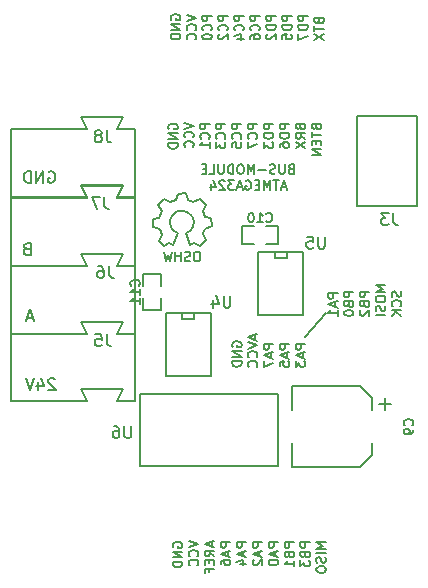
<source format=gbr>
G04 #@! TF.GenerationSoftware,KiCad,Pcbnew,5.0.0-fee4fd1~66~ubuntu16.04.1*
G04 #@! TF.CreationDate,2018-09-23T22:41:03+02:00*
G04 #@! TF.ProjectId,bus-module_atmega324,6275732D6D6F64756C655F61746D6567,B*
G04 #@! TF.SameCoordinates,Original*
G04 #@! TF.FileFunction,Legend,Bot*
G04 #@! TF.FilePolarity,Positive*
%FSLAX46Y46*%
G04 Gerber Fmt 4.6, Leading zero omitted, Abs format (unit mm)*
G04 Created by KiCad (PCBNEW 5.0.0-fee4fd1~66~ubuntu16.04.1) date Sun Sep 23 22:41:03 2018*
%MOMM*%
%LPD*%
G01*
G04 APERTURE LIST*
%ADD10C,0.200000*%
%ADD11C,0.150000*%
G04 APERTURE END LIST*
D10*
X105080000Y-103707500D02*
X106858000Y-101675500D01*
D11*
X103873047Y-89513357D02*
X103758761Y-89551452D01*
X103720666Y-89589547D01*
X103682571Y-89665738D01*
X103682571Y-89780023D01*
X103720666Y-89856214D01*
X103758761Y-89894309D01*
X103834952Y-89932404D01*
X104139714Y-89932404D01*
X104139714Y-89132404D01*
X103873047Y-89132404D01*
X103796857Y-89170500D01*
X103758761Y-89208595D01*
X103720666Y-89284785D01*
X103720666Y-89360976D01*
X103758761Y-89437166D01*
X103796857Y-89475261D01*
X103873047Y-89513357D01*
X104139714Y-89513357D01*
X103339714Y-89132404D02*
X103339714Y-89780023D01*
X103301619Y-89856214D01*
X103263523Y-89894309D01*
X103187333Y-89932404D01*
X103034952Y-89932404D01*
X102958761Y-89894309D01*
X102920666Y-89856214D01*
X102882571Y-89780023D01*
X102882571Y-89132404D01*
X102539714Y-89894309D02*
X102425428Y-89932404D01*
X102234952Y-89932404D01*
X102158761Y-89894309D01*
X102120666Y-89856214D01*
X102082571Y-89780023D01*
X102082571Y-89703833D01*
X102120666Y-89627642D01*
X102158761Y-89589547D01*
X102234952Y-89551452D01*
X102387333Y-89513357D01*
X102463523Y-89475261D01*
X102501619Y-89437166D01*
X102539714Y-89360976D01*
X102539714Y-89284785D01*
X102501619Y-89208595D01*
X102463523Y-89170500D01*
X102387333Y-89132404D01*
X102196857Y-89132404D01*
X102082571Y-89170500D01*
X101739714Y-89627642D02*
X101130190Y-89627642D01*
X100749238Y-89932404D02*
X100749238Y-89132404D01*
X100482571Y-89703833D01*
X100215904Y-89132404D01*
X100215904Y-89932404D01*
X99682571Y-89132404D02*
X99530190Y-89132404D01*
X99454000Y-89170500D01*
X99377809Y-89246690D01*
X99339714Y-89399071D01*
X99339714Y-89665738D01*
X99377809Y-89818119D01*
X99454000Y-89894309D01*
X99530190Y-89932404D01*
X99682571Y-89932404D01*
X99758761Y-89894309D01*
X99834952Y-89818119D01*
X99873047Y-89665738D01*
X99873047Y-89399071D01*
X99834952Y-89246690D01*
X99758761Y-89170500D01*
X99682571Y-89132404D01*
X98996857Y-89932404D02*
X98996857Y-89132404D01*
X98806380Y-89132404D01*
X98692095Y-89170500D01*
X98615904Y-89246690D01*
X98577809Y-89322880D01*
X98539714Y-89475261D01*
X98539714Y-89589547D01*
X98577809Y-89741928D01*
X98615904Y-89818119D01*
X98692095Y-89894309D01*
X98806380Y-89932404D01*
X98996857Y-89932404D01*
X98196857Y-89132404D02*
X98196857Y-89780023D01*
X98158761Y-89856214D01*
X98120666Y-89894309D01*
X98044476Y-89932404D01*
X97892095Y-89932404D01*
X97815904Y-89894309D01*
X97777809Y-89856214D01*
X97739714Y-89780023D01*
X97739714Y-89132404D01*
X96977809Y-89932404D02*
X97358761Y-89932404D01*
X97358761Y-89132404D01*
X96711142Y-89513357D02*
X96444476Y-89513357D01*
X96330190Y-89932404D02*
X96711142Y-89932404D01*
X96711142Y-89132404D01*
X96330190Y-89132404D01*
X103454000Y-91053833D02*
X103073047Y-91053833D01*
X103530190Y-91282404D02*
X103263523Y-90482404D01*
X102996857Y-91282404D01*
X102844476Y-90482404D02*
X102387333Y-90482404D01*
X102615904Y-91282404D02*
X102615904Y-90482404D01*
X102120666Y-91282404D02*
X102120666Y-90482404D01*
X101854000Y-91053833D01*
X101587333Y-90482404D01*
X101587333Y-91282404D01*
X101206380Y-90863357D02*
X100939714Y-90863357D01*
X100825428Y-91282404D02*
X101206380Y-91282404D01*
X101206380Y-90482404D01*
X100825428Y-90482404D01*
X100063523Y-90520500D02*
X100139714Y-90482404D01*
X100254000Y-90482404D01*
X100368285Y-90520500D01*
X100444476Y-90596690D01*
X100482571Y-90672880D01*
X100520666Y-90825261D01*
X100520666Y-90939547D01*
X100482571Y-91091928D01*
X100444476Y-91168119D01*
X100368285Y-91244309D01*
X100254000Y-91282404D01*
X100177809Y-91282404D01*
X100063523Y-91244309D01*
X100025428Y-91206214D01*
X100025428Y-90939547D01*
X100177809Y-90939547D01*
X99720666Y-91053833D02*
X99339714Y-91053833D01*
X99796857Y-91282404D02*
X99530190Y-90482404D01*
X99263523Y-91282404D01*
X99073047Y-90482404D02*
X98577809Y-90482404D01*
X98844476Y-90787166D01*
X98730190Y-90787166D01*
X98654000Y-90825261D01*
X98615904Y-90863357D01*
X98577809Y-90939547D01*
X98577809Y-91130023D01*
X98615904Y-91206214D01*
X98654000Y-91244309D01*
X98730190Y-91282404D01*
X98958761Y-91282404D01*
X99034952Y-91244309D01*
X99073047Y-91206214D01*
X98273047Y-90558595D02*
X98234952Y-90520500D01*
X98158761Y-90482404D01*
X97968285Y-90482404D01*
X97892095Y-90520500D01*
X97854000Y-90558595D01*
X97815904Y-90634785D01*
X97815904Y-90710976D01*
X97854000Y-90825261D01*
X98311142Y-91282404D01*
X97815904Y-91282404D01*
X97130190Y-90749071D02*
X97130190Y-91282404D01*
X97320666Y-90444309D02*
X97511142Y-91015738D01*
X97015904Y-91015738D01*
X107821904Y-100028857D02*
X107021904Y-100028857D01*
X107021904Y-100333619D01*
X107060000Y-100409809D01*
X107098095Y-100447904D01*
X107174285Y-100486000D01*
X107288571Y-100486000D01*
X107364761Y-100447904D01*
X107402857Y-100409809D01*
X107440952Y-100333619D01*
X107440952Y-100028857D01*
X107593333Y-100790761D02*
X107593333Y-101171714D01*
X107821904Y-100714571D02*
X107021904Y-100981238D01*
X107821904Y-101247904D01*
X107821904Y-101933619D02*
X107821904Y-101476476D01*
X107821904Y-101705047D02*
X107021904Y-101705047D01*
X107136190Y-101628857D01*
X107212380Y-101552666D01*
X107250476Y-101476476D01*
X109171904Y-99914571D02*
X108371904Y-99914571D01*
X108371904Y-100219333D01*
X108410000Y-100295523D01*
X108448095Y-100333619D01*
X108524285Y-100371714D01*
X108638571Y-100371714D01*
X108714761Y-100333619D01*
X108752857Y-100295523D01*
X108790952Y-100219333D01*
X108790952Y-99914571D01*
X108752857Y-100981238D02*
X108790952Y-101095523D01*
X108829047Y-101133619D01*
X108905238Y-101171714D01*
X109019523Y-101171714D01*
X109095714Y-101133619D01*
X109133809Y-101095523D01*
X109171904Y-101019333D01*
X109171904Y-100714571D01*
X108371904Y-100714571D01*
X108371904Y-100981238D01*
X108410000Y-101057428D01*
X108448095Y-101095523D01*
X108524285Y-101133619D01*
X108600476Y-101133619D01*
X108676666Y-101095523D01*
X108714761Y-101057428D01*
X108752857Y-100981238D01*
X108752857Y-100714571D01*
X108371904Y-101666952D02*
X108371904Y-101743142D01*
X108410000Y-101819333D01*
X108448095Y-101857428D01*
X108524285Y-101895523D01*
X108676666Y-101933619D01*
X108867142Y-101933619D01*
X109019523Y-101895523D01*
X109095714Y-101857428D01*
X109133809Y-101819333D01*
X109171904Y-101743142D01*
X109171904Y-101666952D01*
X109133809Y-101590761D01*
X109095714Y-101552666D01*
X109019523Y-101514571D01*
X108867142Y-101476476D01*
X108676666Y-101476476D01*
X108524285Y-101514571D01*
X108448095Y-101552666D01*
X108410000Y-101590761D01*
X108371904Y-101666952D01*
X110521904Y-99914571D02*
X109721904Y-99914571D01*
X109721904Y-100219333D01*
X109760000Y-100295523D01*
X109798095Y-100333619D01*
X109874285Y-100371714D01*
X109988571Y-100371714D01*
X110064761Y-100333619D01*
X110102857Y-100295523D01*
X110140952Y-100219333D01*
X110140952Y-99914571D01*
X110102857Y-100981238D02*
X110140952Y-101095523D01*
X110179047Y-101133619D01*
X110255238Y-101171714D01*
X110369523Y-101171714D01*
X110445714Y-101133619D01*
X110483809Y-101095523D01*
X110521904Y-101019333D01*
X110521904Y-100714571D01*
X109721904Y-100714571D01*
X109721904Y-100981238D01*
X109760000Y-101057428D01*
X109798095Y-101095523D01*
X109874285Y-101133619D01*
X109950476Y-101133619D01*
X110026666Y-101095523D01*
X110064761Y-101057428D01*
X110102857Y-100981238D01*
X110102857Y-100714571D01*
X109798095Y-101476476D02*
X109760000Y-101514571D01*
X109721904Y-101590761D01*
X109721904Y-101781238D01*
X109760000Y-101857428D01*
X109798095Y-101895523D01*
X109874285Y-101933619D01*
X109950476Y-101933619D01*
X110064761Y-101895523D01*
X110521904Y-101438380D01*
X110521904Y-101933619D01*
X111871904Y-99381238D02*
X111071904Y-99381238D01*
X111643333Y-99647904D01*
X111071904Y-99914571D01*
X111871904Y-99914571D01*
X111071904Y-100447904D02*
X111071904Y-100600285D01*
X111110000Y-100676476D01*
X111186190Y-100752666D01*
X111338571Y-100790761D01*
X111605238Y-100790761D01*
X111757619Y-100752666D01*
X111833809Y-100676476D01*
X111871904Y-100600285D01*
X111871904Y-100447904D01*
X111833809Y-100371714D01*
X111757619Y-100295523D01*
X111605238Y-100257428D01*
X111338571Y-100257428D01*
X111186190Y-100295523D01*
X111110000Y-100371714D01*
X111071904Y-100447904D01*
X111833809Y-101095523D02*
X111871904Y-101209809D01*
X111871904Y-101400285D01*
X111833809Y-101476476D01*
X111795714Y-101514571D01*
X111719523Y-101552666D01*
X111643333Y-101552666D01*
X111567142Y-101514571D01*
X111529047Y-101476476D01*
X111490952Y-101400285D01*
X111452857Y-101247904D01*
X111414761Y-101171714D01*
X111376666Y-101133619D01*
X111300476Y-101095523D01*
X111224285Y-101095523D01*
X111148095Y-101133619D01*
X111110000Y-101171714D01*
X111071904Y-101247904D01*
X111071904Y-101438380D01*
X111110000Y-101552666D01*
X111871904Y-101895523D02*
X111071904Y-101895523D01*
X113183809Y-99876476D02*
X113221904Y-99990761D01*
X113221904Y-100181238D01*
X113183809Y-100257428D01*
X113145714Y-100295523D01*
X113069523Y-100333619D01*
X112993333Y-100333619D01*
X112917142Y-100295523D01*
X112879047Y-100257428D01*
X112840952Y-100181238D01*
X112802857Y-100028857D01*
X112764761Y-99952666D01*
X112726666Y-99914571D01*
X112650476Y-99876476D01*
X112574285Y-99876476D01*
X112498095Y-99914571D01*
X112460000Y-99952666D01*
X112421904Y-100028857D01*
X112421904Y-100219333D01*
X112460000Y-100333619D01*
X113145714Y-101133619D02*
X113183809Y-101095523D01*
X113221904Y-100981238D01*
X113221904Y-100905047D01*
X113183809Y-100790761D01*
X113107619Y-100714571D01*
X113031428Y-100676476D01*
X112879047Y-100638380D01*
X112764761Y-100638380D01*
X112612380Y-100676476D01*
X112536190Y-100714571D01*
X112460000Y-100790761D01*
X112421904Y-100905047D01*
X112421904Y-100981238D01*
X112460000Y-101095523D01*
X112498095Y-101133619D01*
X113221904Y-101476476D02*
X112421904Y-101476476D01*
X113221904Y-101933619D02*
X112764761Y-101590761D01*
X112421904Y-101933619D02*
X112879047Y-101476476D01*
X98932000Y-104575428D02*
X98893904Y-104499238D01*
X98893904Y-104384952D01*
X98932000Y-104270666D01*
X99008190Y-104194476D01*
X99084380Y-104156380D01*
X99236761Y-104118285D01*
X99351047Y-104118285D01*
X99503428Y-104156380D01*
X99579619Y-104194476D01*
X99655809Y-104270666D01*
X99693904Y-104384952D01*
X99693904Y-104461142D01*
X99655809Y-104575428D01*
X99617714Y-104613523D01*
X99351047Y-104613523D01*
X99351047Y-104461142D01*
X99693904Y-104956380D02*
X98893904Y-104956380D01*
X99693904Y-105413523D01*
X98893904Y-105413523D01*
X99693904Y-105794476D02*
X98893904Y-105794476D01*
X98893904Y-105984952D01*
X98932000Y-106099238D01*
X99008190Y-106175428D01*
X99084380Y-106213523D01*
X99236761Y-106251619D01*
X99351047Y-106251619D01*
X99503428Y-106213523D01*
X99579619Y-106175428D01*
X99655809Y-106099238D01*
X99693904Y-105984952D01*
X99693904Y-105794476D01*
X100815333Y-103584952D02*
X100815333Y-103965904D01*
X101043904Y-103508761D02*
X100243904Y-103775428D01*
X101043904Y-104042095D01*
X100243904Y-104194476D02*
X101043904Y-104461142D01*
X100243904Y-104727809D01*
X100967714Y-105451619D02*
X101005809Y-105413523D01*
X101043904Y-105299238D01*
X101043904Y-105223047D01*
X101005809Y-105108761D01*
X100929619Y-105032571D01*
X100853428Y-104994476D01*
X100701047Y-104956380D01*
X100586761Y-104956380D01*
X100434380Y-104994476D01*
X100358190Y-105032571D01*
X100282000Y-105108761D01*
X100243904Y-105223047D01*
X100243904Y-105299238D01*
X100282000Y-105413523D01*
X100320095Y-105451619D01*
X100967714Y-106251619D02*
X101005809Y-106213523D01*
X101043904Y-106099238D01*
X101043904Y-106023047D01*
X101005809Y-105908761D01*
X100929619Y-105832571D01*
X100853428Y-105794476D01*
X100701047Y-105756380D01*
X100586761Y-105756380D01*
X100434380Y-105794476D01*
X100358190Y-105832571D01*
X100282000Y-105908761D01*
X100243904Y-106023047D01*
X100243904Y-106099238D01*
X100282000Y-106213523D01*
X100320095Y-106251619D01*
X102393904Y-104346857D02*
X101593904Y-104346857D01*
X101593904Y-104651619D01*
X101632000Y-104727809D01*
X101670095Y-104765904D01*
X101746285Y-104804000D01*
X101860571Y-104804000D01*
X101936761Y-104765904D01*
X101974857Y-104727809D01*
X102012952Y-104651619D01*
X102012952Y-104346857D01*
X102165333Y-105108761D02*
X102165333Y-105489714D01*
X102393904Y-105032571D02*
X101593904Y-105299238D01*
X102393904Y-105565904D01*
X101593904Y-105756380D02*
X101593904Y-106289714D01*
X102393904Y-105946857D01*
X103743904Y-104346857D02*
X102943904Y-104346857D01*
X102943904Y-104651619D01*
X102982000Y-104727809D01*
X103020095Y-104765904D01*
X103096285Y-104804000D01*
X103210571Y-104804000D01*
X103286761Y-104765904D01*
X103324857Y-104727809D01*
X103362952Y-104651619D01*
X103362952Y-104346857D01*
X103515333Y-105108761D02*
X103515333Y-105489714D01*
X103743904Y-105032571D02*
X102943904Y-105299238D01*
X103743904Y-105565904D01*
X102943904Y-106213523D02*
X102943904Y-105832571D01*
X103324857Y-105794476D01*
X103286761Y-105832571D01*
X103248666Y-105908761D01*
X103248666Y-106099238D01*
X103286761Y-106175428D01*
X103324857Y-106213523D01*
X103401047Y-106251619D01*
X103591523Y-106251619D01*
X103667714Y-106213523D01*
X103705809Y-106175428D01*
X103743904Y-106099238D01*
X103743904Y-105908761D01*
X103705809Y-105832571D01*
X103667714Y-105794476D01*
X105093904Y-104346857D02*
X104293904Y-104346857D01*
X104293904Y-104651619D01*
X104332000Y-104727809D01*
X104370095Y-104765904D01*
X104446285Y-104804000D01*
X104560571Y-104804000D01*
X104636761Y-104765904D01*
X104674857Y-104727809D01*
X104712952Y-104651619D01*
X104712952Y-104346857D01*
X104865333Y-105108761D02*
X104865333Y-105489714D01*
X105093904Y-105032571D02*
X104293904Y-105299238D01*
X105093904Y-105565904D01*
X104293904Y-105756380D02*
X104293904Y-106251619D01*
X104598666Y-105984952D01*
X104598666Y-106099238D01*
X104636761Y-106175428D01*
X104674857Y-106213523D01*
X104751047Y-106251619D01*
X104941523Y-106251619D01*
X105017714Y-106213523D01*
X105055809Y-106175428D01*
X105093904Y-106099238D01*
X105093904Y-105870666D01*
X105055809Y-105794476D01*
X105017714Y-105756380D01*
X93925000Y-121559523D02*
X93886904Y-121483333D01*
X93886904Y-121369047D01*
X93925000Y-121254761D01*
X94001190Y-121178571D01*
X94077380Y-121140476D01*
X94229761Y-121102380D01*
X94344047Y-121102380D01*
X94496428Y-121140476D01*
X94572619Y-121178571D01*
X94648809Y-121254761D01*
X94686904Y-121369047D01*
X94686904Y-121445238D01*
X94648809Y-121559523D01*
X94610714Y-121597619D01*
X94344047Y-121597619D01*
X94344047Y-121445238D01*
X94686904Y-121940476D02*
X93886904Y-121940476D01*
X94686904Y-122397619D01*
X93886904Y-122397619D01*
X94686904Y-122778571D02*
X93886904Y-122778571D01*
X93886904Y-122969047D01*
X93925000Y-123083333D01*
X94001190Y-123159523D01*
X94077380Y-123197619D01*
X94229761Y-123235714D01*
X94344047Y-123235714D01*
X94496428Y-123197619D01*
X94572619Y-123159523D01*
X94648809Y-123083333D01*
X94686904Y-122969047D01*
X94686904Y-122778571D01*
X95236904Y-121026190D02*
X96036904Y-121292857D01*
X95236904Y-121559523D01*
X95960714Y-122283333D02*
X95998809Y-122245238D01*
X96036904Y-122130952D01*
X96036904Y-122054761D01*
X95998809Y-121940476D01*
X95922619Y-121864285D01*
X95846428Y-121826190D01*
X95694047Y-121788095D01*
X95579761Y-121788095D01*
X95427380Y-121826190D01*
X95351190Y-121864285D01*
X95275000Y-121940476D01*
X95236904Y-122054761D01*
X95236904Y-122130952D01*
X95275000Y-122245238D01*
X95313095Y-122283333D01*
X95960714Y-123083333D02*
X95998809Y-123045238D01*
X96036904Y-122930952D01*
X96036904Y-122854761D01*
X95998809Y-122740476D01*
X95922619Y-122664285D01*
X95846428Y-122626190D01*
X95694047Y-122588095D01*
X95579761Y-122588095D01*
X95427380Y-122626190D01*
X95351190Y-122664285D01*
X95275000Y-122740476D01*
X95236904Y-122854761D01*
X95236904Y-122930952D01*
X95275000Y-123045238D01*
X95313095Y-123083333D01*
X97158333Y-121102380D02*
X97158333Y-121483333D01*
X97386904Y-121026190D02*
X96586904Y-121292857D01*
X97386904Y-121559523D01*
X97386904Y-122283333D02*
X97005952Y-122016666D01*
X97386904Y-121826190D02*
X96586904Y-121826190D01*
X96586904Y-122130952D01*
X96625000Y-122207142D01*
X96663095Y-122245238D01*
X96739285Y-122283333D01*
X96853571Y-122283333D01*
X96929761Y-122245238D01*
X96967857Y-122207142D01*
X97005952Y-122130952D01*
X97005952Y-121826190D01*
X96967857Y-122626190D02*
X96967857Y-122892857D01*
X97386904Y-123007142D02*
X97386904Y-122626190D01*
X96586904Y-122626190D01*
X96586904Y-123007142D01*
X96967857Y-123616666D02*
X96967857Y-123350000D01*
X97386904Y-123350000D02*
X96586904Y-123350000D01*
X96586904Y-123730952D01*
X98736904Y-121140476D02*
X97936904Y-121140476D01*
X97936904Y-121445238D01*
X97975000Y-121521428D01*
X98013095Y-121559523D01*
X98089285Y-121597619D01*
X98203571Y-121597619D01*
X98279761Y-121559523D01*
X98317857Y-121521428D01*
X98355952Y-121445238D01*
X98355952Y-121140476D01*
X98508333Y-121902380D02*
X98508333Y-122283333D01*
X98736904Y-121826190D02*
X97936904Y-122092857D01*
X98736904Y-122359523D01*
X97936904Y-122969047D02*
X97936904Y-122816666D01*
X97975000Y-122740476D01*
X98013095Y-122702380D01*
X98127380Y-122626190D01*
X98279761Y-122588095D01*
X98584523Y-122588095D01*
X98660714Y-122626190D01*
X98698809Y-122664285D01*
X98736904Y-122740476D01*
X98736904Y-122892857D01*
X98698809Y-122969047D01*
X98660714Y-123007142D01*
X98584523Y-123045238D01*
X98394047Y-123045238D01*
X98317857Y-123007142D01*
X98279761Y-122969047D01*
X98241666Y-122892857D01*
X98241666Y-122740476D01*
X98279761Y-122664285D01*
X98317857Y-122626190D01*
X98394047Y-122588095D01*
X100086904Y-121140476D02*
X99286904Y-121140476D01*
X99286904Y-121445238D01*
X99325000Y-121521428D01*
X99363095Y-121559523D01*
X99439285Y-121597619D01*
X99553571Y-121597619D01*
X99629761Y-121559523D01*
X99667857Y-121521428D01*
X99705952Y-121445238D01*
X99705952Y-121140476D01*
X99858333Y-121902380D02*
X99858333Y-122283333D01*
X100086904Y-121826190D02*
X99286904Y-122092857D01*
X100086904Y-122359523D01*
X99553571Y-122969047D02*
X100086904Y-122969047D01*
X99248809Y-122778571D02*
X99820238Y-122588095D01*
X99820238Y-123083333D01*
X101436904Y-121140476D02*
X100636904Y-121140476D01*
X100636904Y-121445238D01*
X100675000Y-121521428D01*
X100713095Y-121559523D01*
X100789285Y-121597619D01*
X100903571Y-121597619D01*
X100979761Y-121559523D01*
X101017857Y-121521428D01*
X101055952Y-121445238D01*
X101055952Y-121140476D01*
X101208333Y-121902380D02*
X101208333Y-122283333D01*
X101436904Y-121826190D02*
X100636904Y-122092857D01*
X101436904Y-122359523D01*
X100713095Y-122588095D02*
X100675000Y-122626190D01*
X100636904Y-122702380D01*
X100636904Y-122892857D01*
X100675000Y-122969047D01*
X100713095Y-123007142D01*
X100789285Y-123045238D01*
X100865476Y-123045238D01*
X100979761Y-123007142D01*
X101436904Y-122550000D01*
X101436904Y-123045238D01*
X102786904Y-121140476D02*
X101986904Y-121140476D01*
X101986904Y-121445238D01*
X102025000Y-121521428D01*
X102063095Y-121559523D01*
X102139285Y-121597619D01*
X102253571Y-121597619D01*
X102329761Y-121559523D01*
X102367857Y-121521428D01*
X102405952Y-121445238D01*
X102405952Y-121140476D01*
X102558333Y-121902380D02*
X102558333Y-122283333D01*
X102786904Y-121826190D02*
X101986904Y-122092857D01*
X102786904Y-122359523D01*
X101986904Y-122778571D02*
X101986904Y-122854761D01*
X102025000Y-122930952D01*
X102063095Y-122969047D01*
X102139285Y-123007142D01*
X102291666Y-123045238D01*
X102482142Y-123045238D01*
X102634523Y-123007142D01*
X102710714Y-122969047D01*
X102748809Y-122930952D01*
X102786904Y-122854761D01*
X102786904Y-122778571D01*
X102748809Y-122702380D01*
X102710714Y-122664285D01*
X102634523Y-122626190D01*
X102482142Y-122588095D01*
X102291666Y-122588095D01*
X102139285Y-122626190D01*
X102063095Y-122664285D01*
X102025000Y-122702380D01*
X101986904Y-122778571D01*
X104136904Y-121140476D02*
X103336904Y-121140476D01*
X103336904Y-121445238D01*
X103375000Y-121521428D01*
X103413095Y-121559523D01*
X103489285Y-121597619D01*
X103603571Y-121597619D01*
X103679761Y-121559523D01*
X103717857Y-121521428D01*
X103755952Y-121445238D01*
X103755952Y-121140476D01*
X103717857Y-122207142D02*
X103755952Y-122321428D01*
X103794047Y-122359523D01*
X103870238Y-122397619D01*
X103984523Y-122397619D01*
X104060714Y-122359523D01*
X104098809Y-122321428D01*
X104136904Y-122245238D01*
X104136904Y-121940476D01*
X103336904Y-121940476D01*
X103336904Y-122207142D01*
X103375000Y-122283333D01*
X103413095Y-122321428D01*
X103489285Y-122359523D01*
X103565476Y-122359523D01*
X103641666Y-122321428D01*
X103679761Y-122283333D01*
X103717857Y-122207142D01*
X103717857Y-121940476D01*
X104136904Y-123159523D02*
X104136904Y-122702380D01*
X104136904Y-122930952D02*
X103336904Y-122930952D01*
X103451190Y-122854761D01*
X103527380Y-122778571D01*
X103565476Y-122702380D01*
X105486904Y-121140476D02*
X104686904Y-121140476D01*
X104686904Y-121445238D01*
X104725000Y-121521428D01*
X104763095Y-121559523D01*
X104839285Y-121597619D01*
X104953571Y-121597619D01*
X105029761Y-121559523D01*
X105067857Y-121521428D01*
X105105952Y-121445238D01*
X105105952Y-121140476D01*
X105067857Y-122207142D02*
X105105952Y-122321428D01*
X105144047Y-122359523D01*
X105220238Y-122397619D01*
X105334523Y-122397619D01*
X105410714Y-122359523D01*
X105448809Y-122321428D01*
X105486904Y-122245238D01*
X105486904Y-121940476D01*
X104686904Y-121940476D01*
X104686904Y-122207142D01*
X104725000Y-122283333D01*
X104763095Y-122321428D01*
X104839285Y-122359523D01*
X104915476Y-122359523D01*
X104991666Y-122321428D01*
X105029761Y-122283333D01*
X105067857Y-122207142D01*
X105067857Y-121940476D01*
X104686904Y-122664285D02*
X104686904Y-123159523D01*
X104991666Y-122892857D01*
X104991666Y-123007142D01*
X105029761Y-123083333D01*
X105067857Y-123121428D01*
X105144047Y-123159523D01*
X105334523Y-123159523D01*
X105410714Y-123121428D01*
X105448809Y-123083333D01*
X105486904Y-123007142D01*
X105486904Y-122778571D01*
X105448809Y-122702380D01*
X105410714Y-122664285D01*
X106836904Y-121140476D02*
X106036904Y-121140476D01*
X106608333Y-121407142D01*
X106036904Y-121673809D01*
X106836904Y-121673809D01*
X106836904Y-122054761D02*
X106036904Y-122054761D01*
X106798809Y-122397619D02*
X106836904Y-122511904D01*
X106836904Y-122702380D01*
X106798809Y-122778571D01*
X106760714Y-122816666D01*
X106684523Y-122854761D01*
X106608333Y-122854761D01*
X106532142Y-122816666D01*
X106494047Y-122778571D01*
X106455952Y-122702380D01*
X106417857Y-122550000D01*
X106379761Y-122473809D01*
X106341666Y-122435714D01*
X106265476Y-122397619D01*
X106189285Y-122397619D01*
X106113095Y-122435714D01*
X106075000Y-122473809D01*
X106036904Y-122550000D01*
X106036904Y-122740476D01*
X106075000Y-122854761D01*
X106036904Y-123350000D02*
X106036904Y-123502380D01*
X106075000Y-123578571D01*
X106151190Y-123654761D01*
X106303571Y-123692857D01*
X106570238Y-123692857D01*
X106722619Y-123654761D01*
X106798809Y-123578571D01*
X106836904Y-123502380D01*
X106836904Y-123350000D01*
X106798809Y-123273809D01*
X106722619Y-123197619D01*
X106570238Y-123159523D01*
X106303571Y-123159523D01*
X106151190Y-123197619D01*
X106075000Y-123273809D01*
X106036904Y-123350000D01*
X93525000Y-86126523D02*
X93486904Y-86050333D01*
X93486904Y-85936047D01*
X93525000Y-85821761D01*
X93601190Y-85745571D01*
X93677380Y-85707476D01*
X93829761Y-85669380D01*
X93944047Y-85669380D01*
X94096428Y-85707476D01*
X94172619Y-85745571D01*
X94248809Y-85821761D01*
X94286904Y-85936047D01*
X94286904Y-86012238D01*
X94248809Y-86126523D01*
X94210714Y-86164619D01*
X93944047Y-86164619D01*
X93944047Y-86012238D01*
X94286904Y-86507476D02*
X93486904Y-86507476D01*
X94286904Y-86964619D01*
X93486904Y-86964619D01*
X94286904Y-87345571D02*
X93486904Y-87345571D01*
X93486904Y-87536047D01*
X93525000Y-87650333D01*
X93601190Y-87726523D01*
X93677380Y-87764619D01*
X93829761Y-87802714D01*
X93944047Y-87802714D01*
X94096428Y-87764619D01*
X94172619Y-87726523D01*
X94248809Y-87650333D01*
X94286904Y-87536047D01*
X94286904Y-87345571D01*
X94836904Y-85593190D02*
X95636904Y-85859857D01*
X94836904Y-86126523D01*
X95560714Y-86850333D02*
X95598809Y-86812238D01*
X95636904Y-86697952D01*
X95636904Y-86621761D01*
X95598809Y-86507476D01*
X95522619Y-86431285D01*
X95446428Y-86393190D01*
X95294047Y-86355095D01*
X95179761Y-86355095D01*
X95027380Y-86393190D01*
X94951190Y-86431285D01*
X94875000Y-86507476D01*
X94836904Y-86621761D01*
X94836904Y-86697952D01*
X94875000Y-86812238D01*
X94913095Y-86850333D01*
X95560714Y-87650333D02*
X95598809Y-87612238D01*
X95636904Y-87497952D01*
X95636904Y-87421761D01*
X95598809Y-87307476D01*
X95522619Y-87231285D01*
X95446428Y-87193190D01*
X95294047Y-87155095D01*
X95179761Y-87155095D01*
X95027380Y-87193190D01*
X94951190Y-87231285D01*
X94875000Y-87307476D01*
X94836904Y-87421761D01*
X94836904Y-87497952D01*
X94875000Y-87612238D01*
X94913095Y-87650333D01*
X96986904Y-85707476D02*
X96186904Y-85707476D01*
X96186904Y-86012238D01*
X96225000Y-86088428D01*
X96263095Y-86126523D01*
X96339285Y-86164619D01*
X96453571Y-86164619D01*
X96529761Y-86126523D01*
X96567857Y-86088428D01*
X96605952Y-86012238D01*
X96605952Y-85707476D01*
X96910714Y-86964619D02*
X96948809Y-86926523D01*
X96986904Y-86812238D01*
X96986904Y-86736047D01*
X96948809Y-86621761D01*
X96872619Y-86545571D01*
X96796428Y-86507476D01*
X96644047Y-86469380D01*
X96529761Y-86469380D01*
X96377380Y-86507476D01*
X96301190Y-86545571D01*
X96225000Y-86621761D01*
X96186904Y-86736047D01*
X96186904Y-86812238D01*
X96225000Y-86926523D01*
X96263095Y-86964619D01*
X96986904Y-87726523D02*
X96986904Y-87269380D01*
X96986904Y-87497952D02*
X96186904Y-87497952D01*
X96301190Y-87421761D01*
X96377380Y-87345571D01*
X96415476Y-87269380D01*
X98336904Y-85707476D02*
X97536904Y-85707476D01*
X97536904Y-86012238D01*
X97575000Y-86088428D01*
X97613095Y-86126523D01*
X97689285Y-86164619D01*
X97803571Y-86164619D01*
X97879761Y-86126523D01*
X97917857Y-86088428D01*
X97955952Y-86012238D01*
X97955952Y-85707476D01*
X98260714Y-86964619D02*
X98298809Y-86926523D01*
X98336904Y-86812238D01*
X98336904Y-86736047D01*
X98298809Y-86621761D01*
X98222619Y-86545571D01*
X98146428Y-86507476D01*
X97994047Y-86469380D01*
X97879761Y-86469380D01*
X97727380Y-86507476D01*
X97651190Y-86545571D01*
X97575000Y-86621761D01*
X97536904Y-86736047D01*
X97536904Y-86812238D01*
X97575000Y-86926523D01*
X97613095Y-86964619D01*
X97536904Y-87231285D02*
X97536904Y-87726523D01*
X97841666Y-87459857D01*
X97841666Y-87574142D01*
X97879761Y-87650333D01*
X97917857Y-87688428D01*
X97994047Y-87726523D01*
X98184523Y-87726523D01*
X98260714Y-87688428D01*
X98298809Y-87650333D01*
X98336904Y-87574142D01*
X98336904Y-87345571D01*
X98298809Y-87269380D01*
X98260714Y-87231285D01*
X99686904Y-85707476D02*
X98886904Y-85707476D01*
X98886904Y-86012238D01*
X98925000Y-86088428D01*
X98963095Y-86126523D01*
X99039285Y-86164619D01*
X99153571Y-86164619D01*
X99229761Y-86126523D01*
X99267857Y-86088428D01*
X99305952Y-86012238D01*
X99305952Y-85707476D01*
X99610714Y-86964619D02*
X99648809Y-86926523D01*
X99686904Y-86812238D01*
X99686904Y-86736047D01*
X99648809Y-86621761D01*
X99572619Y-86545571D01*
X99496428Y-86507476D01*
X99344047Y-86469380D01*
X99229761Y-86469380D01*
X99077380Y-86507476D01*
X99001190Y-86545571D01*
X98925000Y-86621761D01*
X98886904Y-86736047D01*
X98886904Y-86812238D01*
X98925000Y-86926523D01*
X98963095Y-86964619D01*
X98886904Y-87688428D02*
X98886904Y-87307476D01*
X99267857Y-87269380D01*
X99229761Y-87307476D01*
X99191666Y-87383666D01*
X99191666Y-87574142D01*
X99229761Y-87650333D01*
X99267857Y-87688428D01*
X99344047Y-87726523D01*
X99534523Y-87726523D01*
X99610714Y-87688428D01*
X99648809Y-87650333D01*
X99686904Y-87574142D01*
X99686904Y-87383666D01*
X99648809Y-87307476D01*
X99610714Y-87269380D01*
X101036904Y-85707476D02*
X100236904Y-85707476D01*
X100236904Y-86012238D01*
X100275000Y-86088428D01*
X100313095Y-86126523D01*
X100389285Y-86164619D01*
X100503571Y-86164619D01*
X100579761Y-86126523D01*
X100617857Y-86088428D01*
X100655952Y-86012238D01*
X100655952Y-85707476D01*
X100960714Y-86964619D02*
X100998809Y-86926523D01*
X101036904Y-86812238D01*
X101036904Y-86736047D01*
X100998809Y-86621761D01*
X100922619Y-86545571D01*
X100846428Y-86507476D01*
X100694047Y-86469380D01*
X100579761Y-86469380D01*
X100427380Y-86507476D01*
X100351190Y-86545571D01*
X100275000Y-86621761D01*
X100236904Y-86736047D01*
X100236904Y-86812238D01*
X100275000Y-86926523D01*
X100313095Y-86964619D01*
X100236904Y-87231285D02*
X100236904Y-87764619D01*
X101036904Y-87421761D01*
X102386904Y-85707476D02*
X101586904Y-85707476D01*
X101586904Y-86012238D01*
X101625000Y-86088428D01*
X101663095Y-86126523D01*
X101739285Y-86164619D01*
X101853571Y-86164619D01*
X101929761Y-86126523D01*
X101967857Y-86088428D01*
X102005952Y-86012238D01*
X102005952Y-85707476D01*
X102386904Y-86507476D02*
X101586904Y-86507476D01*
X101586904Y-86697952D01*
X101625000Y-86812238D01*
X101701190Y-86888428D01*
X101777380Y-86926523D01*
X101929761Y-86964619D01*
X102044047Y-86964619D01*
X102196428Y-86926523D01*
X102272619Y-86888428D01*
X102348809Y-86812238D01*
X102386904Y-86697952D01*
X102386904Y-86507476D01*
X101586904Y-87231285D02*
X101586904Y-87726523D01*
X101891666Y-87459857D01*
X101891666Y-87574142D01*
X101929761Y-87650333D01*
X101967857Y-87688428D01*
X102044047Y-87726523D01*
X102234523Y-87726523D01*
X102310714Y-87688428D01*
X102348809Y-87650333D01*
X102386904Y-87574142D01*
X102386904Y-87345571D01*
X102348809Y-87269380D01*
X102310714Y-87231285D01*
X103736904Y-85707476D02*
X102936904Y-85707476D01*
X102936904Y-86012238D01*
X102975000Y-86088428D01*
X103013095Y-86126523D01*
X103089285Y-86164619D01*
X103203571Y-86164619D01*
X103279761Y-86126523D01*
X103317857Y-86088428D01*
X103355952Y-86012238D01*
X103355952Y-85707476D01*
X103736904Y-86507476D02*
X102936904Y-86507476D01*
X102936904Y-86697952D01*
X102975000Y-86812238D01*
X103051190Y-86888428D01*
X103127380Y-86926523D01*
X103279761Y-86964619D01*
X103394047Y-86964619D01*
X103546428Y-86926523D01*
X103622619Y-86888428D01*
X103698809Y-86812238D01*
X103736904Y-86697952D01*
X103736904Y-86507476D01*
X102936904Y-87650333D02*
X102936904Y-87497952D01*
X102975000Y-87421761D01*
X103013095Y-87383666D01*
X103127380Y-87307476D01*
X103279761Y-87269380D01*
X103584523Y-87269380D01*
X103660714Y-87307476D01*
X103698809Y-87345571D01*
X103736904Y-87421761D01*
X103736904Y-87574142D01*
X103698809Y-87650333D01*
X103660714Y-87688428D01*
X103584523Y-87726523D01*
X103394047Y-87726523D01*
X103317857Y-87688428D01*
X103279761Y-87650333D01*
X103241666Y-87574142D01*
X103241666Y-87421761D01*
X103279761Y-87345571D01*
X103317857Y-87307476D01*
X103394047Y-87269380D01*
X104667857Y-85974142D02*
X104705952Y-86088428D01*
X104744047Y-86126523D01*
X104820238Y-86164619D01*
X104934523Y-86164619D01*
X105010714Y-86126523D01*
X105048809Y-86088428D01*
X105086904Y-86012238D01*
X105086904Y-85707476D01*
X104286904Y-85707476D01*
X104286904Y-85974142D01*
X104325000Y-86050333D01*
X104363095Y-86088428D01*
X104439285Y-86126523D01*
X104515476Y-86126523D01*
X104591666Y-86088428D01*
X104629761Y-86050333D01*
X104667857Y-85974142D01*
X104667857Y-85707476D01*
X105086904Y-86964619D02*
X104705952Y-86697952D01*
X105086904Y-86507476D02*
X104286904Y-86507476D01*
X104286904Y-86812238D01*
X104325000Y-86888428D01*
X104363095Y-86926523D01*
X104439285Y-86964619D01*
X104553571Y-86964619D01*
X104629761Y-86926523D01*
X104667857Y-86888428D01*
X104705952Y-86812238D01*
X104705952Y-86507476D01*
X104286904Y-87231285D02*
X105086904Y-87764619D01*
X104286904Y-87764619D02*
X105086904Y-87231285D01*
X106017857Y-85974142D02*
X106055952Y-86088428D01*
X106094047Y-86126523D01*
X106170238Y-86164619D01*
X106284523Y-86164619D01*
X106360714Y-86126523D01*
X106398809Y-86088428D01*
X106436904Y-86012238D01*
X106436904Y-85707476D01*
X105636904Y-85707476D01*
X105636904Y-85974142D01*
X105675000Y-86050333D01*
X105713095Y-86088428D01*
X105789285Y-86126523D01*
X105865476Y-86126523D01*
X105941666Y-86088428D01*
X105979761Y-86050333D01*
X106017857Y-85974142D01*
X106017857Y-85707476D01*
X105636904Y-86393190D02*
X105636904Y-86850333D01*
X106436904Y-86621761D02*
X105636904Y-86621761D01*
X106017857Y-87117000D02*
X106017857Y-87383666D01*
X106436904Y-87497952D02*
X106436904Y-87117000D01*
X105636904Y-87117000D01*
X105636904Y-87497952D01*
X106436904Y-87840809D02*
X105636904Y-87840809D01*
X106436904Y-88297952D01*
X105636904Y-88297952D01*
X93725000Y-76873928D02*
X93686904Y-76797738D01*
X93686904Y-76683452D01*
X93725000Y-76569166D01*
X93801190Y-76492976D01*
X93877380Y-76454880D01*
X94029761Y-76416785D01*
X94144047Y-76416785D01*
X94296428Y-76454880D01*
X94372619Y-76492976D01*
X94448809Y-76569166D01*
X94486904Y-76683452D01*
X94486904Y-76759642D01*
X94448809Y-76873928D01*
X94410714Y-76912023D01*
X94144047Y-76912023D01*
X94144047Y-76759642D01*
X94486904Y-77254880D02*
X93686904Y-77254880D01*
X94486904Y-77712023D01*
X93686904Y-77712023D01*
X94486904Y-78092976D02*
X93686904Y-78092976D01*
X93686904Y-78283452D01*
X93725000Y-78397738D01*
X93801190Y-78473928D01*
X93877380Y-78512023D01*
X94029761Y-78550119D01*
X94144047Y-78550119D01*
X94296428Y-78512023D01*
X94372619Y-78473928D01*
X94448809Y-78397738D01*
X94486904Y-78283452D01*
X94486904Y-78092976D01*
X95036904Y-76492976D02*
X95836904Y-76759642D01*
X95036904Y-77026309D01*
X95760714Y-77750119D02*
X95798809Y-77712023D01*
X95836904Y-77597738D01*
X95836904Y-77521547D01*
X95798809Y-77407261D01*
X95722619Y-77331071D01*
X95646428Y-77292976D01*
X95494047Y-77254880D01*
X95379761Y-77254880D01*
X95227380Y-77292976D01*
X95151190Y-77331071D01*
X95075000Y-77407261D01*
X95036904Y-77521547D01*
X95036904Y-77597738D01*
X95075000Y-77712023D01*
X95113095Y-77750119D01*
X95760714Y-78550119D02*
X95798809Y-78512023D01*
X95836904Y-78397738D01*
X95836904Y-78321547D01*
X95798809Y-78207261D01*
X95722619Y-78131071D01*
X95646428Y-78092976D01*
X95494047Y-78054880D01*
X95379761Y-78054880D01*
X95227380Y-78092976D01*
X95151190Y-78131071D01*
X95075000Y-78207261D01*
X95036904Y-78321547D01*
X95036904Y-78397738D01*
X95075000Y-78512023D01*
X95113095Y-78550119D01*
X97186904Y-76531071D02*
X96386904Y-76531071D01*
X96386904Y-76835833D01*
X96425000Y-76912023D01*
X96463095Y-76950119D01*
X96539285Y-76988214D01*
X96653571Y-76988214D01*
X96729761Y-76950119D01*
X96767857Y-76912023D01*
X96805952Y-76835833D01*
X96805952Y-76531071D01*
X97110714Y-77788214D02*
X97148809Y-77750119D01*
X97186904Y-77635833D01*
X97186904Y-77559642D01*
X97148809Y-77445357D01*
X97072619Y-77369166D01*
X96996428Y-77331071D01*
X96844047Y-77292976D01*
X96729761Y-77292976D01*
X96577380Y-77331071D01*
X96501190Y-77369166D01*
X96425000Y-77445357D01*
X96386904Y-77559642D01*
X96386904Y-77635833D01*
X96425000Y-77750119D01*
X96463095Y-77788214D01*
X96386904Y-78283452D02*
X96386904Y-78359642D01*
X96425000Y-78435833D01*
X96463095Y-78473928D01*
X96539285Y-78512023D01*
X96691666Y-78550119D01*
X96882142Y-78550119D01*
X97034523Y-78512023D01*
X97110714Y-78473928D01*
X97148809Y-78435833D01*
X97186904Y-78359642D01*
X97186904Y-78283452D01*
X97148809Y-78207261D01*
X97110714Y-78169166D01*
X97034523Y-78131071D01*
X96882142Y-78092976D01*
X96691666Y-78092976D01*
X96539285Y-78131071D01*
X96463095Y-78169166D01*
X96425000Y-78207261D01*
X96386904Y-78283452D01*
X98536904Y-76531071D02*
X97736904Y-76531071D01*
X97736904Y-76835833D01*
X97775000Y-76912023D01*
X97813095Y-76950119D01*
X97889285Y-76988214D01*
X98003571Y-76988214D01*
X98079761Y-76950119D01*
X98117857Y-76912023D01*
X98155952Y-76835833D01*
X98155952Y-76531071D01*
X98460714Y-77788214D02*
X98498809Y-77750119D01*
X98536904Y-77635833D01*
X98536904Y-77559642D01*
X98498809Y-77445357D01*
X98422619Y-77369166D01*
X98346428Y-77331071D01*
X98194047Y-77292976D01*
X98079761Y-77292976D01*
X97927380Y-77331071D01*
X97851190Y-77369166D01*
X97775000Y-77445357D01*
X97736904Y-77559642D01*
X97736904Y-77635833D01*
X97775000Y-77750119D01*
X97813095Y-77788214D01*
X97813095Y-78092976D02*
X97775000Y-78131071D01*
X97736904Y-78207261D01*
X97736904Y-78397738D01*
X97775000Y-78473928D01*
X97813095Y-78512023D01*
X97889285Y-78550119D01*
X97965476Y-78550119D01*
X98079761Y-78512023D01*
X98536904Y-78054880D01*
X98536904Y-78550119D01*
X99886904Y-76531071D02*
X99086904Y-76531071D01*
X99086904Y-76835833D01*
X99125000Y-76912023D01*
X99163095Y-76950119D01*
X99239285Y-76988214D01*
X99353571Y-76988214D01*
X99429761Y-76950119D01*
X99467857Y-76912023D01*
X99505952Y-76835833D01*
X99505952Y-76531071D01*
X99810714Y-77788214D02*
X99848809Y-77750119D01*
X99886904Y-77635833D01*
X99886904Y-77559642D01*
X99848809Y-77445357D01*
X99772619Y-77369166D01*
X99696428Y-77331071D01*
X99544047Y-77292976D01*
X99429761Y-77292976D01*
X99277380Y-77331071D01*
X99201190Y-77369166D01*
X99125000Y-77445357D01*
X99086904Y-77559642D01*
X99086904Y-77635833D01*
X99125000Y-77750119D01*
X99163095Y-77788214D01*
X99353571Y-78473928D02*
X99886904Y-78473928D01*
X99048809Y-78283452D02*
X99620238Y-78092976D01*
X99620238Y-78588214D01*
X101236904Y-76531071D02*
X100436904Y-76531071D01*
X100436904Y-76835833D01*
X100475000Y-76912023D01*
X100513095Y-76950119D01*
X100589285Y-76988214D01*
X100703571Y-76988214D01*
X100779761Y-76950119D01*
X100817857Y-76912023D01*
X100855952Y-76835833D01*
X100855952Y-76531071D01*
X101160714Y-77788214D02*
X101198809Y-77750119D01*
X101236904Y-77635833D01*
X101236904Y-77559642D01*
X101198809Y-77445357D01*
X101122619Y-77369166D01*
X101046428Y-77331071D01*
X100894047Y-77292976D01*
X100779761Y-77292976D01*
X100627380Y-77331071D01*
X100551190Y-77369166D01*
X100475000Y-77445357D01*
X100436904Y-77559642D01*
X100436904Y-77635833D01*
X100475000Y-77750119D01*
X100513095Y-77788214D01*
X100436904Y-78473928D02*
X100436904Y-78321547D01*
X100475000Y-78245357D01*
X100513095Y-78207261D01*
X100627380Y-78131071D01*
X100779761Y-78092976D01*
X101084523Y-78092976D01*
X101160714Y-78131071D01*
X101198809Y-78169166D01*
X101236904Y-78245357D01*
X101236904Y-78397738D01*
X101198809Y-78473928D01*
X101160714Y-78512023D01*
X101084523Y-78550119D01*
X100894047Y-78550119D01*
X100817857Y-78512023D01*
X100779761Y-78473928D01*
X100741666Y-78397738D01*
X100741666Y-78245357D01*
X100779761Y-78169166D01*
X100817857Y-78131071D01*
X100894047Y-78092976D01*
X102586904Y-76531071D02*
X101786904Y-76531071D01*
X101786904Y-76835833D01*
X101825000Y-76912023D01*
X101863095Y-76950119D01*
X101939285Y-76988214D01*
X102053571Y-76988214D01*
X102129761Y-76950119D01*
X102167857Y-76912023D01*
X102205952Y-76835833D01*
X102205952Y-76531071D01*
X102586904Y-77331071D02*
X101786904Y-77331071D01*
X101786904Y-77521547D01*
X101825000Y-77635833D01*
X101901190Y-77712023D01*
X101977380Y-77750119D01*
X102129761Y-77788214D01*
X102244047Y-77788214D01*
X102396428Y-77750119D01*
X102472619Y-77712023D01*
X102548809Y-77635833D01*
X102586904Y-77521547D01*
X102586904Y-77331071D01*
X101863095Y-78092976D02*
X101825000Y-78131071D01*
X101786904Y-78207261D01*
X101786904Y-78397738D01*
X101825000Y-78473928D01*
X101863095Y-78512023D01*
X101939285Y-78550119D01*
X102015476Y-78550119D01*
X102129761Y-78512023D01*
X102586904Y-78054880D01*
X102586904Y-78550119D01*
X103936904Y-76531071D02*
X103136904Y-76531071D01*
X103136904Y-76835833D01*
X103175000Y-76912023D01*
X103213095Y-76950119D01*
X103289285Y-76988214D01*
X103403571Y-76988214D01*
X103479761Y-76950119D01*
X103517857Y-76912023D01*
X103555952Y-76835833D01*
X103555952Y-76531071D01*
X103936904Y-77331071D02*
X103136904Y-77331071D01*
X103136904Y-77521547D01*
X103175000Y-77635833D01*
X103251190Y-77712023D01*
X103327380Y-77750119D01*
X103479761Y-77788214D01*
X103594047Y-77788214D01*
X103746428Y-77750119D01*
X103822619Y-77712023D01*
X103898809Y-77635833D01*
X103936904Y-77521547D01*
X103936904Y-77331071D01*
X103136904Y-78512023D02*
X103136904Y-78131071D01*
X103517857Y-78092976D01*
X103479761Y-78131071D01*
X103441666Y-78207261D01*
X103441666Y-78397738D01*
X103479761Y-78473928D01*
X103517857Y-78512023D01*
X103594047Y-78550119D01*
X103784523Y-78550119D01*
X103860714Y-78512023D01*
X103898809Y-78473928D01*
X103936904Y-78397738D01*
X103936904Y-78207261D01*
X103898809Y-78131071D01*
X103860714Y-78092976D01*
X105286904Y-76531071D02*
X104486904Y-76531071D01*
X104486904Y-76835833D01*
X104525000Y-76912023D01*
X104563095Y-76950119D01*
X104639285Y-76988214D01*
X104753571Y-76988214D01*
X104829761Y-76950119D01*
X104867857Y-76912023D01*
X104905952Y-76835833D01*
X104905952Y-76531071D01*
X105286904Y-77331071D02*
X104486904Y-77331071D01*
X104486904Y-77521547D01*
X104525000Y-77635833D01*
X104601190Y-77712023D01*
X104677380Y-77750119D01*
X104829761Y-77788214D01*
X104944047Y-77788214D01*
X105096428Y-77750119D01*
X105172619Y-77712023D01*
X105248809Y-77635833D01*
X105286904Y-77521547D01*
X105286904Y-77331071D01*
X104486904Y-78054880D02*
X104486904Y-78588214D01*
X105286904Y-78245357D01*
X106217857Y-76988214D02*
X106255952Y-77102500D01*
X106294047Y-77140595D01*
X106370238Y-77178690D01*
X106484523Y-77178690D01*
X106560714Y-77140595D01*
X106598809Y-77102500D01*
X106636904Y-77026309D01*
X106636904Y-76721547D01*
X105836904Y-76721547D01*
X105836904Y-76988214D01*
X105875000Y-77064404D01*
X105913095Y-77102500D01*
X105989285Y-77140595D01*
X106065476Y-77140595D01*
X106141666Y-77102500D01*
X106179761Y-77064404D01*
X106217857Y-76988214D01*
X106217857Y-76721547D01*
X105836904Y-77407261D02*
X105836904Y-77864404D01*
X106636904Y-77635833D02*
X105836904Y-77635833D01*
X105836904Y-78054880D02*
X106636904Y-78588214D01*
X105836904Y-78588214D02*
X106636904Y-78054880D01*
D10*
X83365714Y-89745500D02*
X83460952Y-89697880D01*
X83603809Y-89697880D01*
X83746666Y-89745500D01*
X83841904Y-89840738D01*
X83889523Y-89935976D01*
X83937142Y-90126452D01*
X83937142Y-90269309D01*
X83889523Y-90459785D01*
X83841904Y-90555023D01*
X83746666Y-90650261D01*
X83603809Y-90697880D01*
X83508571Y-90697880D01*
X83365714Y-90650261D01*
X83318095Y-90602642D01*
X83318095Y-90269309D01*
X83508571Y-90269309D01*
X82889523Y-90697880D02*
X82889523Y-89697880D01*
X82318095Y-90697880D01*
X82318095Y-89697880D01*
X81841904Y-90697880D02*
X81841904Y-89697880D01*
X81603809Y-89697880D01*
X81460952Y-89745500D01*
X81365714Y-89840738D01*
X81318095Y-89935976D01*
X81270476Y-90126452D01*
X81270476Y-90269309D01*
X81318095Y-90459785D01*
X81365714Y-90555023D01*
X81460952Y-90650261D01*
X81603809Y-90697880D01*
X81841904Y-90697880D01*
X81508571Y-96270071D02*
X81365714Y-96317690D01*
X81318095Y-96365309D01*
X81270476Y-96460547D01*
X81270476Y-96603404D01*
X81318095Y-96698642D01*
X81365714Y-96746261D01*
X81460952Y-96793880D01*
X81841904Y-96793880D01*
X81841904Y-95793880D01*
X81508571Y-95793880D01*
X81413333Y-95841500D01*
X81365714Y-95889119D01*
X81318095Y-95984357D01*
X81318095Y-96079595D01*
X81365714Y-96174833D01*
X81413333Y-96222452D01*
X81508571Y-96270071D01*
X81841904Y-96270071D01*
X82000666Y-102096166D02*
X81524476Y-102096166D01*
X82095904Y-102381880D02*
X81762571Y-101381880D01*
X81429238Y-102381880D01*
X83905428Y-107319119D02*
X83857809Y-107271500D01*
X83762571Y-107223880D01*
X83524476Y-107223880D01*
X83429238Y-107271500D01*
X83381619Y-107319119D01*
X83334000Y-107414357D01*
X83334000Y-107509595D01*
X83381619Y-107652452D01*
X83953047Y-108223880D01*
X83334000Y-108223880D01*
X82476857Y-107557214D02*
X82476857Y-108223880D01*
X82714952Y-107176261D02*
X82953047Y-107890547D01*
X82334000Y-107890547D01*
X82095904Y-107223880D02*
X81762571Y-108223880D01*
X81429238Y-107223880D01*
D11*
G04 #@! TO.C,J3*
X109480000Y-92612500D02*
X114560000Y-92612500D01*
X109480000Y-84992500D02*
X109480000Y-92612500D01*
X114560000Y-84992500D02*
X109480000Y-84992500D01*
X114560000Y-92612500D02*
X114560000Y-84992500D01*
G04 #@! TO.C,U4*
X93295000Y-107067000D02*
X97105000Y-107067000D01*
X95708000Y-102241000D02*
X95708000Y-101733000D01*
X94692000Y-102241000D02*
X95708000Y-102241000D01*
X94692000Y-101733000D02*
X94692000Y-102241000D01*
X93295000Y-101733000D02*
X96978000Y-101733000D01*
X93295000Y-107067000D02*
X93295000Y-101733000D01*
X97105000Y-101733000D02*
X97105000Y-107067000D01*
X96978000Y-101733000D02*
X97105000Y-101733000D01*
G04 #@! TO.C,U5*
X101095000Y-101917000D02*
X104905000Y-101917000D01*
X103508000Y-97091000D02*
X103508000Y-96583000D01*
X102492000Y-97091000D02*
X103508000Y-97091000D01*
X102492000Y-96583000D02*
X102492000Y-97091000D01*
X101095000Y-96583000D02*
X104778000Y-96583000D01*
X101095000Y-101917000D02*
X101095000Y-96583000D01*
X104905000Y-96583000D02*
X104905000Y-101917000D01*
X104778000Y-96583000D02*
X104905000Y-96583000D01*
G04 #@! TO.C,J8*
X80185000Y-86152100D02*
X80185000Y-91892500D01*
X90649800Y-91892500D02*
X90649800Y-86152100D01*
X86128600Y-90876500D02*
X86636600Y-91892500D01*
X89659200Y-90876500D02*
X86128600Y-90876500D01*
X89151200Y-91892500D02*
X89659200Y-90876500D01*
X86128600Y-85136100D02*
X86636600Y-86152100D01*
X89659200Y-85136100D02*
X86128600Y-85136100D01*
X89151200Y-86152100D02*
X89659200Y-85136100D01*
X90649800Y-91892500D02*
X89151200Y-91892500D01*
X80185000Y-91892500D02*
X86636600Y-91892500D01*
X90649800Y-86152100D02*
X89151200Y-86152100D01*
X80185000Y-86152100D02*
X86636600Y-86152100D01*
G04 #@! TO.C,J7*
X80185000Y-91952100D02*
X80185000Y-97692500D01*
X90649800Y-97692500D02*
X90649800Y-91952100D01*
X86128600Y-96676500D02*
X86636600Y-97692500D01*
X89659200Y-96676500D02*
X86128600Y-96676500D01*
X89151200Y-97692500D02*
X89659200Y-96676500D01*
X86128600Y-90936100D02*
X86636600Y-91952100D01*
X89659200Y-90936100D02*
X86128600Y-90936100D01*
X89151200Y-91952100D02*
X89659200Y-90936100D01*
X90649800Y-97692500D02*
X89151200Y-97692500D01*
X80185000Y-97692500D02*
X86636600Y-97692500D01*
X90649800Y-91952100D02*
X89151200Y-91952100D01*
X80185000Y-91952100D02*
X86636600Y-91952100D01*
G04 #@! TO.C,J6*
X80185000Y-97752100D02*
X80185000Y-103492500D01*
X90649800Y-103492500D02*
X90649800Y-97752100D01*
X86128600Y-102476500D02*
X86636600Y-103492500D01*
X89659200Y-102476500D02*
X86128600Y-102476500D01*
X89151200Y-103492500D02*
X89659200Y-102476500D01*
X86128600Y-96736100D02*
X86636600Y-97752100D01*
X89659200Y-96736100D02*
X86128600Y-96736100D01*
X89151200Y-97752100D02*
X89659200Y-96736100D01*
X90649800Y-103492500D02*
X89151200Y-103492500D01*
X80185000Y-103492500D02*
X86636600Y-103492500D01*
X90649800Y-97752100D02*
X89151200Y-97752100D01*
X80185000Y-97752100D02*
X86636600Y-97752100D01*
G04 #@! TO.C,J5*
X80185000Y-103452100D02*
X80185000Y-109192500D01*
X90649800Y-109192500D02*
X90649800Y-103452100D01*
X86128600Y-108176500D02*
X86636600Y-109192500D01*
X89659200Y-108176500D02*
X86128600Y-108176500D01*
X89151200Y-109192500D02*
X89659200Y-108176500D01*
X86128600Y-102436100D02*
X86636600Y-103452100D01*
X89659200Y-102436100D02*
X86128600Y-102436100D01*
X89151200Y-103452100D02*
X89659200Y-102436100D01*
X90649800Y-109192500D02*
X89151200Y-109192500D01*
X80185000Y-109192500D02*
X86636600Y-109192500D01*
X90649800Y-103452100D02*
X89151200Y-103452100D01*
X80185000Y-103452100D02*
X86636600Y-103452100D01*
G04 #@! TO.C,U6*
X91110000Y-114629500D02*
X91110000Y-108533500D01*
X102794000Y-114629500D02*
X91110000Y-114629500D01*
X102794000Y-108533500D02*
X102794000Y-114629500D01*
X91110000Y-108533500D02*
X102794000Y-108533500D01*
G04 #@! TO.C,C9*
X103964940Y-107926440D02*
X103964940Y-109927960D01*
X103964940Y-112727040D02*
X103964940Y-114728560D01*
X110767060Y-113727800D02*
X109766300Y-114728560D01*
X109766300Y-114728560D02*
X103964940Y-114728560D01*
X110767060Y-113727800D02*
X110767060Y-112727040D01*
X109766300Y-107926440D02*
X103964940Y-107926440D01*
X110767060Y-108927200D02*
X109766300Y-107926440D01*
X110767060Y-109927960D02*
X110767060Y-108927200D01*
X111866880Y-109927960D02*
X111866880Y-108927200D01*
X111366500Y-109427580D02*
X112367260Y-109427580D01*
G04 #@! TO.C,C10*
X99746000Y-95833500D02*
X100762000Y-95833500D01*
X99746000Y-94309500D02*
X99746000Y-95833500D01*
X100762000Y-94309500D02*
X99746000Y-94309500D01*
X102794000Y-94309500D02*
X101778000Y-94309500D01*
X102794000Y-95833500D02*
X102794000Y-94309500D01*
X101778000Y-95833500D02*
X102794000Y-95833500D01*
G04 #@! TO.C,C11*
X92888000Y-101421500D02*
X92888000Y-100405500D01*
X91364000Y-101421500D02*
X92888000Y-101421500D01*
X91364000Y-100405500D02*
X91364000Y-101421500D01*
X91364000Y-98373500D02*
X91364000Y-99389500D01*
X92888000Y-98373500D02*
X91364000Y-98373500D01*
X92888000Y-99389500D02*
X92888000Y-98373500D01*
G04 #@! TO.C,LOGO1*
X96446540Y-94985140D02*
X96705620Y-95546480D01*
X96705620Y-95546480D02*
X96167140Y-96064640D01*
X96167140Y-96064640D02*
X95646440Y-95795400D01*
X95646440Y-95795400D02*
X95367040Y-95955420D01*
X93926860Y-95935100D02*
X93596660Y-95744600D01*
X93596660Y-95744600D02*
X93157240Y-96074800D01*
X93157240Y-96074800D02*
X92684800Y-95584580D01*
X92684800Y-95584580D02*
X92966740Y-95104520D01*
X92966740Y-95104520D02*
X92776240Y-94634620D01*
X92776240Y-94634620D02*
X92166640Y-94446660D01*
X92166640Y-94446660D02*
X92166640Y-93765940D01*
X92166640Y-93765940D02*
X92725440Y-93626240D01*
X92725440Y-93626240D02*
X92926100Y-93054740D01*
X92926100Y-93054740D02*
X92656860Y-92584840D01*
X92656860Y-92584840D02*
X93126760Y-92074300D01*
X93126760Y-92074300D02*
X93644920Y-92335920D01*
X93644920Y-92335920D02*
X94114820Y-92135260D01*
X94114820Y-92135260D02*
X94285000Y-91594240D01*
X94285000Y-91594240D02*
X94975880Y-91576460D01*
X94975880Y-91576460D02*
X95186700Y-92125100D01*
X95186700Y-92125100D02*
X95605800Y-92295280D01*
X95605800Y-92295280D02*
X96156980Y-92026040D01*
X96156980Y-92026040D02*
X96675140Y-92554360D01*
X96675140Y-92554360D02*
X96426220Y-93095380D01*
X96426220Y-93095380D02*
X96596400Y-93575440D01*
X96596400Y-93575440D02*
X97145040Y-93674500D01*
X97145040Y-93674500D02*
X97155200Y-94375540D01*
X97155200Y-94375540D02*
X96596400Y-94576200D01*
X96596400Y-94576200D02*
X96456700Y-94974980D01*
X94315480Y-94954660D02*
X94015760Y-94804800D01*
X94015760Y-94804800D02*
X93815100Y-94606680D01*
X93815100Y-94606680D02*
X93665240Y-94205360D01*
X93665240Y-94205360D02*
X93665240Y-93806580D01*
X93665240Y-93806580D02*
X93815100Y-93456060D01*
X93815100Y-93456060D02*
X94267220Y-93105540D01*
X94267220Y-93105540D02*
X94716800Y-93054740D01*
X94716800Y-93054740D02*
X95115580Y-93156340D01*
X95115580Y-93156340D02*
X95516900Y-93504320D01*
X95516900Y-93504320D02*
X95666760Y-93956440D01*
X95666760Y-93956440D02*
X95615960Y-94454280D01*
X95615960Y-94454280D02*
X95367040Y-94756540D01*
X95367040Y-94756540D02*
X95016520Y-94954660D01*
X95016520Y-94954660D02*
X95367040Y-95955420D01*
X94315480Y-94954660D02*
X93916700Y-95955420D01*
G04 #@! TO.C,J3*
X112525333Y-93253880D02*
X112525333Y-93968166D01*
X112572952Y-94111023D01*
X112668190Y-94206261D01*
X112811047Y-94253880D01*
X112906285Y-94253880D01*
X112144380Y-93253880D02*
X111525333Y-93253880D01*
X111858666Y-93634833D01*
X111715809Y-93634833D01*
X111620571Y-93682452D01*
X111572952Y-93730071D01*
X111525333Y-93825309D01*
X111525333Y-94063404D01*
X111572952Y-94158642D01*
X111620571Y-94206261D01*
X111715809Y-94253880D01*
X112001523Y-94253880D01*
X112096761Y-94206261D01*
X112144380Y-94158642D01*
G04 #@! TO.C,U4*
X98761904Y-100252380D02*
X98761904Y-101061904D01*
X98714285Y-101157142D01*
X98666666Y-101204761D01*
X98571428Y-101252380D01*
X98380952Y-101252380D01*
X98285714Y-101204761D01*
X98238095Y-101157142D01*
X98190476Y-101061904D01*
X98190476Y-100252380D01*
X97285714Y-100585714D02*
X97285714Y-101252380D01*
X97523809Y-100204761D02*
X97761904Y-100919047D01*
X97142857Y-100919047D01*
G04 #@! TO.C,U5*
X106761904Y-95252380D02*
X106761904Y-96061904D01*
X106714285Y-96157142D01*
X106666666Y-96204761D01*
X106571428Y-96252380D01*
X106380952Y-96252380D01*
X106285714Y-96204761D01*
X106238095Y-96157142D01*
X106190476Y-96061904D01*
X106190476Y-95252380D01*
X105238095Y-95252380D02*
X105714285Y-95252380D01*
X105761904Y-95728571D01*
X105714285Y-95680952D01*
X105619047Y-95633333D01*
X105380952Y-95633333D01*
X105285714Y-95680952D01*
X105238095Y-95728571D01*
X105190476Y-95823809D01*
X105190476Y-96061904D01*
X105238095Y-96157142D01*
X105285714Y-96204761D01*
X105380952Y-96252380D01*
X105619047Y-96252380D01*
X105714285Y-96204761D01*
X105761904Y-96157142D01*
G04 #@! TO.C,J8*
X88283133Y-86244880D02*
X88283133Y-86959166D01*
X88330752Y-87102023D01*
X88425990Y-87197261D01*
X88568847Y-87244880D01*
X88664085Y-87244880D01*
X87664085Y-86673452D02*
X87759323Y-86625833D01*
X87806942Y-86578214D01*
X87854561Y-86482976D01*
X87854561Y-86435357D01*
X87806942Y-86340119D01*
X87759323Y-86292500D01*
X87664085Y-86244880D01*
X87473609Y-86244880D01*
X87378371Y-86292500D01*
X87330752Y-86340119D01*
X87283133Y-86435357D01*
X87283133Y-86482976D01*
X87330752Y-86578214D01*
X87378371Y-86625833D01*
X87473609Y-86673452D01*
X87664085Y-86673452D01*
X87759323Y-86721071D01*
X87806942Y-86768690D01*
X87854561Y-86863928D01*
X87854561Y-87054404D01*
X87806942Y-87149642D01*
X87759323Y-87197261D01*
X87664085Y-87244880D01*
X87473609Y-87244880D01*
X87378371Y-87197261D01*
X87330752Y-87149642D01*
X87283133Y-87054404D01*
X87283133Y-86863928D01*
X87330752Y-86768690D01*
X87378371Y-86721071D01*
X87473609Y-86673452D01*
G04 #@! TO.C,J7*
X88083133Y-91894880D02*
X88083133Y-92609166D01*
X88130752Y-92752023D01*
X88225990Y-92847261D01*
X88368847Y-92894880D01*
X88464085Y-92894880D01*
X87702180Y-91894880D02*
X87035514Y-91894880D01*
X87464085Y-92894880D01*
G04 #@! TO.C,J6*
X88483133Y-97744880D02*
X88483133Y-98459166D01*
X88530752Y-98602023D01*
X88625990Y-98697261D01*
X88768847Y-98744880D01*
X88864085Y-98744880D01*
X87578371Y-97744880D02*
X87768847Y-97744880D01*
X87864085Y-97792500D01*
X87911704Y-97840119D01*
X88006942Y-97982976D01*
X88054561Y-98173452D01*
X88054561Y-98554404D01*
X88006942Y-98649642D01*
X87959323Y-98697261D01*
X87864085Y-98744880D01*
X87673609Y-98744880D01*
X87578371Y-98697261D01*
X87530752Y-98649642D01*
X87483133Y-98554404D01*
X87483133Y-98316309D01*
X87530752Y-98221071D01*
X87578371Y-98173452D01*
X87673609Y-98125833D01*
X87864085Y-98125833D01*
X87959323Y-98173452D01*
X88006942Y-98221071D01*
X88054561Y-98316309D01*
G04 #@! TO.C,J5*
X88283133Y-103494880D02*
X88283133Y-104209166D01*
X88330752Y-104352023D01*
X88425990Y-104447261D01*
X88568847Y-104494880D01*
X88664085Y-104494880D01*
X87330752Y-103494880D02*
X87806942Y-103494880D01*
X87854561Y-103971071D01*
X87806942Y-103923452D01*
X87711704Y-103875833D01*
X87473609Y-103875833D01*
X87378371Y-103923452D01*
X87330752Y-103971071D01*
X87283133Y-104066309D01*
X87283133Y-104304404D01*
X87330752Y-104399642D01*
X87378371Y-104447261D01*
X87473609Y-104494880D01*
X87711704Y-104494880D01*
X87806942Y-104447261D01*
X87854561Y-104399642D01*
G04 #@! TO.C,U6*
X90347904Y-111287880D02*
X90347904Y-112097404D01*
X90300285Y-112192642D01*
X90252666Y-112240261D01*
X90157428Y-112287880D01*
X89966952Y-112287880D01*
X89871714Y-112240261D01*
X89824095Y-112192642D01*
X89776476Y-112097404D01*
X89776476Y-111287880D01*
X88871714Y-111287880D02*
X89062190Y-111287880D01*
X89157428Y-111335500D01*
X89205047Y-111383119D01*
X89300285Y-111525976D01*
X89347904Y-111716452D01*
X89347904Y-112097404D01*
X89300285Y-112192642D01*
X89252666Y-112240261D01*
X89157428Y-112287880D01*
X88966952Y-112287880D01*
X88871714Y-112240261D01*
X88824095Y-112192642D01*
X88776476Y-112097404D01*
X88776476Y-111859309D01*
X88824095Y-111764071D01*
X88871714Y-111716452D01*
X88966952Y-111668833D01*
X89157428Y-111668833D01*
X89252666Y-111716452D01*
X89300285Y-111764071D01*
X89347904Y-111859309D01*
G04 #@! TO.C,C9*
X114151574Y-111194166D02*
X114189669Y-111156071D01*
X114227764Y-111041785D01*
X114227764Y-110965595D01*
X114189669Y-110851309D01*
X114113479Y-110775119D01*
X114037288Y-110737023D01*
X113884907Y-110698928D01*
X113770621Y-110698928D01*
X113618240Y-110737023D01*
X113542050Y-110775119D01*
X113465860Y-110851309D01*
X113427764Y-110965595D01*
X113427764Y-111041785D01*
X113465860Y-111156071D01*
X113503955Y-111194166D01*
X114227764Y-111575119D02*
X114227764Y-111727500D01*
X114189669Y-111803690D01*
X114151574Y-111841785D01*
X114037288Y-111917976D01*
X113884907Y-111956071D01*
X113580145Y-111956071D01*
X113503955Y-111917976D01*
X113465860Y-111879880D01*
X113427764Y-111803690D01*
X113427764Y-111651309D01*
X113465860Y-111575119D01*
X113503955Y-111537023D01*
X113580145Y-111498928D01*
X113770621Y-111498928D01*
X113846812Y-111537023D01*
X113884907Y-111575119D01*
X113923002Y-111651309D01*
X113923002Y-111803690D01*
X113884907Y-111879880D01*
X113846812Y-111917976D01*
X113770621Y-111956071D01*
G04 #@! TO.C,C10*
X101784285Y-93960214D02*
X101822380Y-93998309D01*
X101936666Y-94036404D01*
X102012857Y-94036404D01*
X102127142Y-93998309D01*
X102203333Y-93922119D01*
X102241428Y-93845928D01*
X102279523Y-93693547D01*
X102279523Y-93579261D01*
X102241428Y-93426880D01*
X102203333Y-93350690D01*
X102127142Y-93274500D01*
X102012857Y-93236404D01*
X101936666Y-93236404D01*
X101822380Y-93274500D01*
X101784285Y-93312595D01*
X101022380Y-94036404D02*
X101479523Y-94036404D01*
X101250952Y-94036404D02*
X101250952Y-93236404D01*
X101327142Y-93350690D01*
X101403333Y-93426880D01*
X101479523Y-93464976D01*
X100527142Y-93236404D02*
X100450952Y-93236404D01*
X100374761Y-93274500D01*
X100336666Y-93312595D01*
X100298571Y-93388785D01*
X100260476Y-93541166D01*
X100260476Y-93731642D01*
X100298571Y-93884023D01*
X100336666Y-93960214D01*
X100374761Y-93998309D01*
X100450952Y-94036404D01*
X100527142Y-94036404D01*
X100603333Y-93998309D01*
X100641428Y-93960214D01*
X100679523Y-93884023D01*
X100717619Y-93731642D01*
X100717619Y-93541166D01*
X100679523Y-93388785D01*
X100641428Y-93312595D01*
X100603333Y-93274500D01*
X100527142Y-93236404D01*
G04 #@! TO.C,C11*
X91014714Y-99383214D02*
X91052809Y-99345119D01*
X91090904Y-99230833D01*
X91090904Y-99154642D01*
X91052809Y-99040357D01*
X90976619Y-98964166D01*
X90900428Y-98926071D01*
X90748047Y-98887976D01*
X90633761Y-98887976D01*
X90481380Y-98926071D01*
X90405190Y-98964166D01*
X90329000Y-99040357D01*
X90290904Y-99154642D01*
X90290904Y-99230833D01*
X90329000Y-99345119D01*
X90367095Y-99383214D01*
X91090904Y-100145119D02*
X91090904Y-99687976D01*
X91090904Y-99916547D02*
X90290904Y-99916547D01*
X90405190Y-99840357D01*
X90481380Y-99764166D01*
X90519476Y-99687976D01*
X91090904Y-100907023D02*
X91090904Y-100449880D01*
X91090904Y-100678452D02*
X90290904Y-100678452D01*
X90405190Y-100602261D01*
X90481380Y-100526071D01*
X90519476Y-100449880D01*
G04 #@! TO.C,LOGO1*
X95999333Y-96542404D02*
X95846952Y-96542404D01*
X95770761Y-96580500D01*
X95694571Y-96656690D01*
X95656476Y-96809071D01*
X95656476Y-97075738D01*
X95694571Y-97228119D01*
X95770761Y-97304309D01*
X95846952Y-97342404D01*
X95999333Y-97342404D01*
X96075523Y-97304309D01*
X96151714Y-97228119D01*
X96189809Y-97075738D01*
X96189809Y-96809071D01*
X96151714Y-96656690D01*
X96075523Y-96580500D01*
X95999333Y-96542404D01*
X95351714Y-97304309D02*
X95237428Y-97342404D01*
X95046952Y-97342404D01*
X94970761Y-97304309D01*
X94932666Y-97266214D01*
X94894571Y-97190023D01*
X94894571Y-97113833D01*
X94932666Y-97037642D01*
X94970761Y-96999547D01*
X95046952Y-96961452D01*
X95199333Y-96923357D01*
X95275523Y-96885261D01*
X95313619Y-96847166D01*
X95351714Y-96770976D01*
X95351714Y-96694785D01*
X95313619Y-96618595D01*
X95275523Y-96580500D01*
X95199333Y-96542404D01*
X95008857Y-96542404D01*
X94894571Y-96580500D01*
X94551714Y-97342404D02*
X94551714Y-96542404D01*
X94551714Y-96923357D02*
X94094571Y-96923357D01*
X94094571Y-97342404D02*
X94094571Y-96542404D01*
X93789809Y-96542404D02*
X93599333Y-97342404D01*
X93446952Y-96770976D01*
X93294571Y-97342404D01*
X93104095Y-96542404D01*
G04 #@! TD*
M02*

</source>
